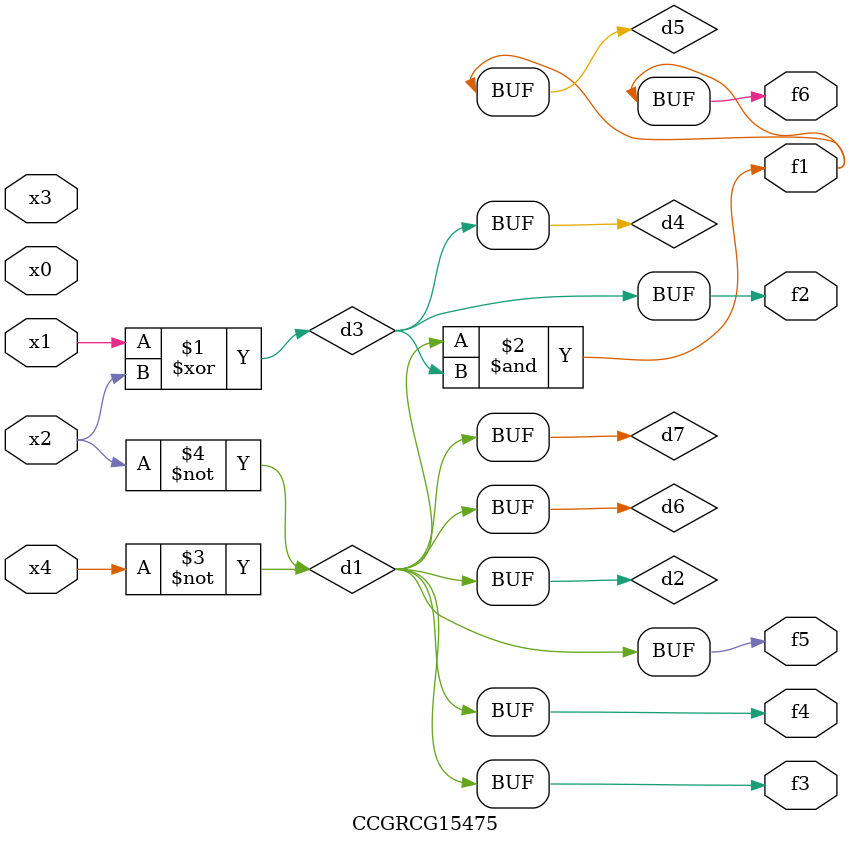
<source format=v>
module CCGRCG15475(
	input x0, x1, x2, x3, x4,
	output f1, f2, f3, f4, f5, f6
);

	wire d1, d2, d3, d4, d5, d6, d7;

	not (d1, x4);
	not (d2, x2);
	xor (d3, x1, x2);
	buf (d4, d3);
	and (d5, d1, d3);
	buf (d6, d1, d2);
	buf (d7, d2);
	assign f1 = d5;
	assign f2 = d4;
	assign f3 = d7;
	assign f4 = d7;
	assign f5 = d7;
	assign f6 = d5;
endmodule

</source>
